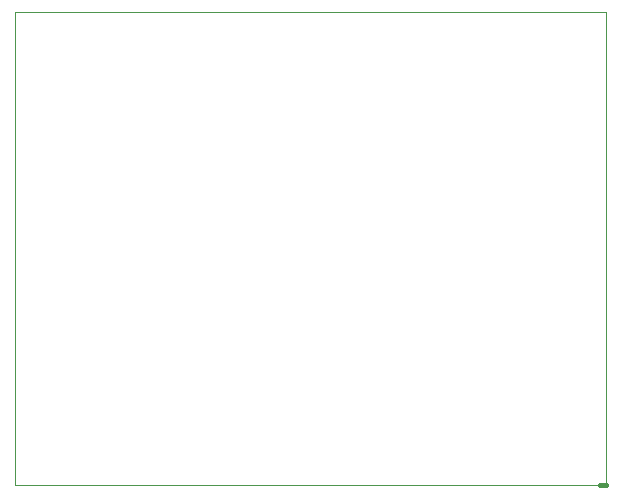
<source format=gbr>
G04 #@! TF.FileFunction,Profile,NP*
%FSLAX45Y45*%
G04 Gerber Fmt 4.5, Leading zero omitted, Abs format (unit mm)*
G04 Created by KiCad (PCBNEW (2015-08-03 BZR 6047)-product) date Di 04 Aug 2015 09:04:52 CEST*
%MOMM*%
G01*
G04 APERTURE LIST*
%ADD10C,0.150000*%
%ADD11C,0.100000*%
%ADD12C,0.381000*%
G04 APERTURE END LIST*
D10*
D11*
X17400016Y-6199886D02*
X17400016Y-10199878D01*
X12400026Y-6199886D02*
X17400016Y-6199886D01*
D12*
X17400016Y-10199878D02*
X17349978Y-10199878D01*
D11*
X12400026Y-10199878D02*
X17400016Y-10199878D01*
X12400026Y-6199886D02*
X12400026Y-10199878D01*
M02*

</source>
